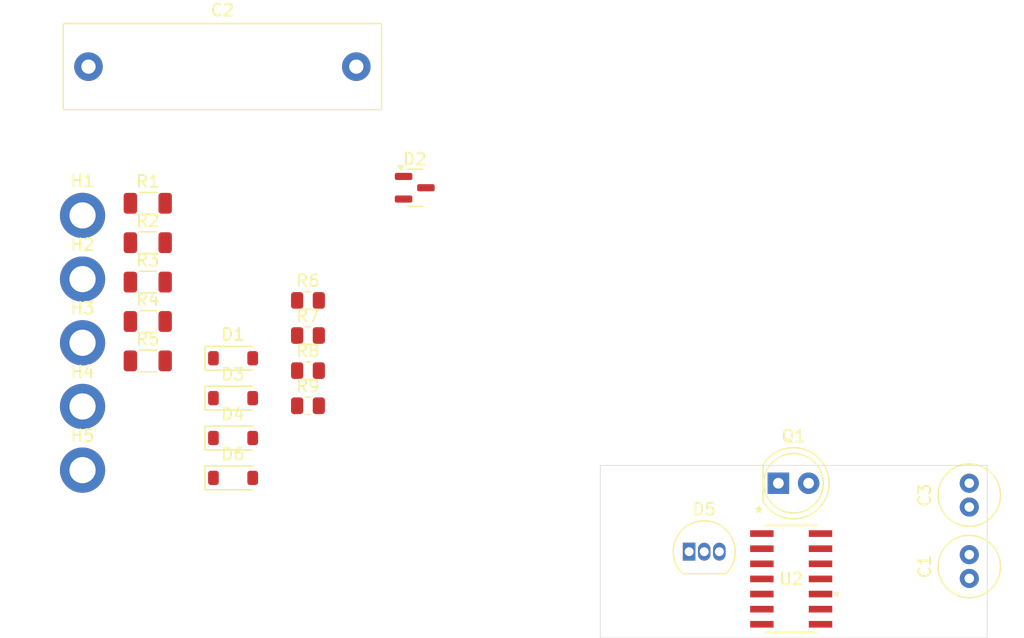
<source format=kicad_pcb>
(kicad_pcb (version 20241229) (generator "pcbnew") (generator_version "9.0")
  (layers (0 "F.Cu" signal) (2 "B.Cu" signal) (13 "F.Paste" user) (15 "B.Paste" user) (5 "F.SilkS" user "F.Silkscreen") (7 "B.SilkS" user "B.Silkscreen") (1 "F.Mask" user) (3 "B.Mask" user) (25 "Edge.Cuts" user))
  (net 0 "")
  (net 1 "+12V")
  (net 2 "GND")
  (net 3 "Net-(D1-K)")
  (net 4 "Net-(C2-Pad2)")
  (net 5 "Net-(D6-K)")
  (net 7 "Net-(D3-A)")
  (net 8 "Net-(D3-K)")
  (net 9 "Net-(D5-G)")
  (net 10 "Net-(D5-A2)")
  (net 11 "Net-(D6-A)")
  (net 12 "Net-(H1-Pad1)")
  (net 13 "Net-(H4-Pad1)")
  (net 14 "Net-(R1-Pad1)")
  (net 15 "Net-(R2-Pad1)")
  (net 16 "Net-(R3-Pad1)")
  (net 17 "Net-(R8-Pad1)")
  (net 18 "Net-(U2-Pad11)")
  (net 19 "Net-(U2-Pad2)")
  (footprint "MountingHole:MountingHole_2.2mm_M2_DIN965_Pad_TopBottom" (layer "F.Cu") (at 57 41.7)
    (property "Reference" "H3" (at 0 -2.9 0) (layer "F.SilkS"))
    (property "Value" "MountingHole_Pad")
    (pad "1" thru_hole circle (at 0 0) (size 2.6 2.6) (drill 2.2) (layers "*.Cu" "*.Mask") (net 1 "+12V"))
    (pad "1" connect circle (at 0 0) (size 3.8 3.8) (layers "F.Cu" "F.Mask") (net 1 "+12V"))
    (pad "1" connect circle (at 0 0) (size 3.8 3.8) (layers "B.Cu" "B.Mask") (net 1 "+12V"))
  )
  (footprint "Capacitor_THT:C_Radial_D5.0mm_H11.0mm_P2.00mm" (layer "F.Cu") (at 131.5 61.5 90)
    (property "Reference" "C1" (at 1 -3.75 90) (layer "F.SilkS"))
    (property "Value" "100uF")
    (fp_circle (center 1 0) (end 3.62 0) (stroke (width 0.12)) (fill no) (layer "F.SilkS"))
    (pad "1" thru_hole circle (at 0 0 90) (size 1.6 1.6) (drill 0.8) (layers "*.Cu" "*.Mask") (net 1 "+12V"))
    (pad "2" thru_hole circle (at 2 0 90) (size 1.6 1.6) (drill 0.8) (layers "*.Cu" "*.Mask") (net 2 "GND"))
  )
  (footprint "Diode_SMD:D_SOD-123" (layer "F.Cu") (at 69.645 43)
    (property "Reference" "D1" (at 0 -2 0) (layer "F.SilkS"))
    (property "Value" "1N4148W")
    (fp_line (start -2.36 -1) (end -2.36 1) (stroke (width 0.12)) (layer "F.SilkS"))
    (fp_line (start -2.36 -1) (end 1.65 -1) (stroke (width 0.12)) (layer "F.SilkS"))
    (fp_line (start -2.36 1) (end 1.65 1) (stroke (width 0.12)) (layer "F.SilkS"))
    (pad "1" smd roundrect (at -1.65 0) (size 0.9 1.2) (layers "F.Cu" "F.Mask" "F.Paste") (net 3 "Net-(D1-K)"))
    (pad "2" smd roundrect (at 1.65 0) (size 0.9 1.2) (layers "F.Cu" "F.Mask" "F.Paste") (net 2 "GND"))
  )
  (footprint "Resistor_SMD:R_1206_3216Metric" (layer "F.Cu") (at 62.48 33.29)
    (property "Reference" "R2" (at 0 -1.83 0) (layer "F.SilkS"))
    (property "Value" "130R")
    (fp_line (start -0.727064 -0.91) (end 0.727064 -0.91) (stroke (width 0.12)) (layer "F.SilkS"))
    (fp_line (start -0.727064 0.91) (end 0.727064 0.91) (stroke (width 0.12)) (layer "F.SilkS"))
    (pad "1" smd roundrect (at -1.4625 0) (size 1.125 1.75) (layers "F.Cu" "F.Mask" "F.Paste") (roundrect_rratio 0.222222) (net 15 "Net-(R2-Pad1)"))
    (pad "2" smd roundrect (at 1.4625 0) (size 1.125 1.75) (layers "F.Cu" "F.Mask" "F.Paste") (roundrect_rratio 0.222222) (net 14 "Net-(R1-Pad1)"))
  )
  (footprint "MountingHole:MountingHole_2.2mm_M2_DIN965_Pad_TopBottom" (layer "F.Cu") (at 57 52.4)
    (property "Reference" "H5" (at 0 -2.9 0) (layer "F.SilkS"))
    (property "Value" "MountingHole_Pad")
    (pad "1" thru_hole circle (at 0 0) (size 2.6 2.6) (drill 2.2) (layers "*.Cu" "*.Mask") (net 13 "Net-(H4-Pad1)"))
    (pad "1" connect circle (at 0 0) (size 3.8 3.8) (layers "F.Cu" "F.Mask") (net 13 "Net-(H4-Pad1)"))
    (pad "1" connect circle (at 0 0) (size 3.8 3.8) (layers "B.Cu" "B.Mask") (net 13 "Net-(H4-Pad1)"))
  )
  (footprint "MountingHole:MountingHole_2.2mm_M2_DIN965_Pad_TopBottom" (layer "F.Cu") (at 57 36.35)
    (property "Reference" "H2" (at 0 -2.9 0) (layer "F.SilkS"))
    (property "Value" "MountingHole_Pad")
    (pad "1" thru_hole circle (at 0 0) (size 2.6 2.6) (drill 2.2) (layers "*.Cu" "*.Mask") (net 10 "Net-(D5-A2)"))
    (pad "1" connect circle (at 0 0) (size 3.8 3.8) (layers "F.Cu" "F.Mask") (net 10 "Net-(D5-A2)"))
    (pad "1" connect circle (at 0 0) (size 3.8 3.8) (layers "B.Cu" "B.Mask") (net 10 "Net-(D5-A2)"))
  )
  (footprint "Diode_SMD:D_SOD-123" (layer "F.Cu") (at 69.645 53.05)
    (property "Reference" "D6" (at 0 -2 0) (layer "F.SilkS"))
    (property "Value" "1N4148W")
    (fp_line (start -2.36 -1) (end -2.36 1) (stroke (width 0.12)) (layer "F.SilkS"))
    (fp_line (start -2.36 -1) (end 1.65 -1) (stroke (width 0.12)) (layer "F.SilkS"))
    (fp_line (start -2.36 1) (end 1.65 1) (stroke (width 0.12)) (layer "F.SilkS"))
    (pad "1" smd roundrect (at -1.65 0) (size 0.9 1.2) (layers "F.Cu" "F.Mask" "F.Paste") (net 5 "Net-(D6-K)"))
    (pad "2" smd roundrect (at 1.65 0) (size 0.9 1.2) (layers "F.Cu" "F.Mask" "F.Paste") (net 11 "Net-(D6-A)"))
  )
  (footprint "Capacitor_THT:C_Radial_D5.0mm_H11.0mm_P2.00mm" (layer "F.Cu") (at 131.5 55.5 90)
    (property "Reference" "C3" (at 1 -3.75 90) (layer "F.SilkS"))
    (property "Value" "100uF")
    (fp_circle (center 1 0) (end 3.62 0) (stroke (width 0.12)) (fill no) (layer "F.SilkS"))
    (pad "1" thru_hole circle (at 0 0 90) (size 1.6 1.6) (drill 0.8) (layers "*.Cu" "*.Mask") (net 5 "Net-(D6-K)"))
    (pad "2" thru_hole circle (at 2 0 90) (size 1.6 1.6) (drill 0.8) (layers "*.Cu" "*.Mask") (net 2 "GND"))
  )
  (footprint "CD4093:D14" (layer "F.Cu") (at 116.5362 61.54)
    (property "Reference" "U2" (at 0 0 0) (layer "F.SilkS"))
    (property "Value" "HEF4093B")
    (fp_line (start -2.1209 4.4958) (end 2.1209 4.4958) (stroke (width 0.1524)) (layer "F.SilkS"))
    (fp_line (start 2.1209 -4.4958) (end -2.1209 -4.4958) (stroke (width 0.1524)) (layer "F.SilkS"))
    (fp_poly (pts (xy 3.956799 1.0795) (xy 3.956799 1.4605) (xy 3.702799 1.4605) (xy 3.702799 1.0795)) (fill yes) (layer "F.SilkS"))
    (fp_text user "*" (at -2.7178 -5.511 0) (layer "F.SilkS"))
    (fp_text user "*" (at -2.7178 -5.511 0) (layer "F.SilkS"))
    (pad "1" smd rect (at -2.4638 -3.81) (size 1.969999 0.558) (layers "F.Cu" "F.Mask" "F.Paste") (net 5 "Net-(D6-K)"))
    (pad "2" smd rect (at -2.4638 -2.54) (size 1.969999 0.558) (layers "F.Cu" "F.Mask" "F.Paste") (net 19 "Net-(U2-Pad2)"))
    (pad "3" smd rect (at -2.4638 -1.27) (size 1.969999 0.558) (layers "F.Cu" "F.Mask" "F.Paste") (net 17 "Net-(R8-Pad1)"))
    (pad "4" smd rect (at -2.4638 0) (size 1.969999 0.558) (layers "F.Cu" "F.Mask" "F.Paste") (net 19 "Net-(U2-Pad2)"))
    (pad "5" smd rect (at -2.4638 1.27) (size 1.969999 0.558) (layers "F.Cu" "F.Mask" "F.Paste") (net 18 "Net-(U2-Pad11)"))
    (pad "6" smd rect (at -2.4638 2.54) (size 1.969999 0.558) (layers "F.Cu" "F.Mask" "F.Paste") (net 17 "Net-(R8-Pad1)"))
    (pad "7" smd rect (at -2.4638 3.81) (size 1.969999 0.558) (layers "F.Cu" "F.Mask" "F.Paste") (net 2 "GND"))
    (pad "8" smd rect (at 2.4638 3.81) (size 1.969999 0.558) (layers "F.Cu" "F.Mask" "F.Paste") (net 18 "Net-(U2-Pad11)"))
    (pad "9" smd rect (at 2.4638 2.54) (size 1.969999 0.558) (layers "F.Cu" "F.Mask" "F.Paste") (net 18 "Net-(U2-Pad11)"))
    (pad "10" smd rect (at 2.4638 1.27) (size 1.969999 0.558) (layers "F.Cu" "F.Mask" "F.Paste") (net 11 "Net-(D6-A)"))
    (pad "11" smd rect (at 2.4638 0) (size 1.969999 0.558) (layers "F.Cu" "F.Mask" "F.Paste") (net 18 "Net-(U2-Pad11)"))
    (pad "12" smd rect (at 2.4638 -1.27) (size 1.969999 0.558) (layers "F.Cu" "F.Mask" "F.Paste") (net 8 "Net-(D3-K)"))
    (pad "13" smd rect (at 2.4638 -2.54) (size 1.969999 0.558) (layers "F.Cu" "F.Mask" "F.Paste") (net 8 "Net-(D3-K)"))
    (pad "14" smd rect (at 2.4638 -3.81) (size 1.969999 0.558) (layers "F.Cu" "F.Mask" "F.Paste") (net 1 "+12V"))
  )
  (footprint "Diode_SMD:D_SOD-123" (layer "F.Cu") (at 69.645 49.7)
    (property "Reference" "D4" (at 0 -2 0) (layer "F.SilkS"))
    (property "Value" "1N4148W")
    (fp_line (start -2.36 -1) (end -2.36 1) (stroke (width 0.12)) (layer "F.SilkS"))
    (fp_line (start -2.36 -1) (end 1.65 -1) (stroke (width 0.12)) (layer "F.SilkS"))
    (fp_line (start -2.36 1) (end 1.65 1) (stroke (width 0.12)) (layer "F.SilkS"))
    (pad "1" smd roundrect (at -1.65 0) (size 0.9 1.2) (layers "F.Cu" "F.Mask" "F.Paste") (net 1 "+12V"))
    (pad "2" smd roundrect (at 1.65 0) (size 0.9 1.2) (layers "F.Cu" "F.Mask" "F.Paste") (net 8 "Net-(D3-K)"))
  )
  (footprint "Resistor_SMD:R_0805_2012Metric" (layer "F.Cu") (at 75.94 41.09)
    (property "Reference" "R7" (at 0 -1.65 0) (layer "F.SilkS"))
    (property "Value" "15k")
    (fp_line (start -0.227064 -0.735) (end 0.227064 -0.735) (stroke (width 0.12)) (layer "F.SilkS"))
    (fp_line (start -0.227064 0.735) (end 0.227064 0.735) (stroke (width 0.12)) (layer "F.SilkS"))
    (pad "1" smd roundrect (at -0.9125 0) (size 1.025 1.4) (layers "F.Cu" "F.Mask" "F.Paste") (roundrect_rratio 0.243902) (net 7 "Net-(D3-A)"))
    (pad "2" smd roundrect (at 0.9125 0) (size 1.025 1.4) (layers "F.Cu" "F.Mask" "F.Paste") (roundrect_rratio 0.243902) (net 2 "GND"))
  )
  (footprint "MountingHole:MountingHole_2.2mm_M2_DIN965_Pad_TopBottom" (layer "F.Cu") (at 57 31)
    (property "Reference" "H1" (at 0 -2.9 0) (layer "F.SilkS"))
    (property "Value" "MountingHole_Pad")
    (pad "1" thru_hole circle (at 0 0) (size 2.6 2.6) (drill 2.2) (layers "*.Cu" "*.Mask") (net 12 "Net-(H1-Pad1)"))
    (pad "1" connect circle (at 0 0) (size 3.8 3.8) (layers "F.Cu" "F.Mask") (net 12 "Net-(H1-Pad1)"))
    (pad "1" connect circle (at 0 0) (size 3.8 3.8) (layers "B.Cu" "B.Mask") (net 12 "Net-(H1-Pad1)"))
  )
  (footprint "Resistor_SMD:R_1206_3216Metric" (layer "F.Cu") (at 62.48 36.6)
    (property "Reference" "R3" (at 0 -1.83 0) (layer "F.SilkS"))
    (property "Value" "130R")
    (fp_line (start -0.727064 -0.91) (end 0.727064 -0.91) (stroke (width 0.12)) (layer "F.SilkS"))
    (fp_line (start -0.727064 0.91) (end 0.727064 0.91) (stroke (width 0.12)) (layer "F.SilkS"))
    (pad "1" smd roundrect (at -1.4625 0) (size 1.125 1.75) (layers "F.Cu" "F.Mask" "F.Paste") (roundrect_rratio 0.222222) (net 16 "Net-(R3-Pad1)"))
    (pad "2" smd roundrect (at 1.4625 0) (size 1.125 1.75) (layers "F.Cu" "F.Mask" "F.Paste") (roundrect_rratio 0.222222) (net 15 "Net-(R2-Pad1)"))
  )
  (footprint "Resistor_SMD:R_0805_2012Metric" (layer "F.Cu") (at 75.94 46.99)
    (property "Reference" "R9" (at 0 -1.65 0) (layer "F.SilkS"))
    (property "Value" "3M3")
    (fp_line (start -0.227064 -0.735) (end 0.227064 -0.735) (stroke (width 0.12)) (layer "F.SilkS"))
    (fp_line (start -0.227064 0.735) (end 0.227064 0.735) (stroke (width 0.12)) (layer "F.SilkS"))
    (pad "1" smd roundrect (at -0.9125 0) (size 1.025 1.4) (layers "F.Cu" "F.Mask" "F.Paste") (roundrect_rratio 0.243902) (net 11 "Net-(D6-A)"))
    (pad "2" smd roundrect (at 0.9125 0) (size 1.025 1.4) (layers "F.Cu" "F.Mask" "F.Paste") (roundrect_rratio 0.243902) (net 5 "Net-(D6-K)"))
  )
  (footprint "MountingHole:MountingHole_2.2mm_M2_DIN965_Pad_TopBottom" (layer "F.Cu") (at 57 47.05)
    (property "Reference" "H4" (at 0 -2.9 0) (layer "F.SilkS"))
    (property "Value" "MountingHole_Pad")
    (pad "1" thru_hole circle (at 0 0) (size 2.6 2.6) (drill 2.2) (layers "*.Cu" "*.Mask") (net 13 "Net-(H4-Pad1)"))
    (pad "1" connect circle (at 0 0) (size 3.8 3.8) (layers "F.Cu" "F.Mask") (net 13 "Net-(H4-Pad1)"))
    (pad "1" connect circle (at 0 0) (size 3.8 3.8) (layers "B.Cu" "B.Mask") (net 13 "Net-(H4-Pad1)"))
  )
  (footprint "Resistor_SMD:R_0805_2012Metric" (layer "F.Cu") (at 75.94 38.14)
    (property "Reference" "R6" (at 0 -1.65 0) (layer "F.SilkS"))
    (property "Value" "3M3")
    (fp_line (start -0.227064 -0.735) (end 0.227064 -0.735) (stroke (width 0.12)) (layer "F.SilkS"))
    (fp_line (start -0.227064 0.735) (end 0.227064 0.735) (stroke (width 0.12)) (layer "F.SilkS"))
    (pad "1" smd roundrect (at -0.9125 0) (size 1.025 1.4) (layers "F.Cu" "F.Mask" "F.Paste") (roundrect_rratio 0.243902) (net 8 "Net-(D3-K)"))
    (pad "2" smd roundrect (at 0.9125 0) (size 1.025 1.4) (layers "F.Cu" "F.Mask" "F.Paste") (roundrect_rratio 0.243902) (net 2 "GND"))
  )
  (footprint "Resistor_SMD:R_1206_3216Metric" (layer "F.Cu") (at 62.48 29.98)
    (property "Reference" "R1" (at 0 -1.83 0) (layer "F.SilkS"))
    (property "Value" "130R")
    (fp_line (start -0.727064 -0.91) (end 0.727064 -0.91) (stroke (width 0.12)) (layer "F.SilkS"))
    (fp_line (start -0.727064 0.91) (end 0.727064 0.91) (stroke (width 0.12)) (layer "F.SilkS"))
    (pad "1" smd roundrect (at -1.4625 0) (size 1.125 1.75) (layers "F.Cu" "F.Mask" "F.Paste") (roundrect_rratio 0.222222) (net 14 "Net-(R1-Pad1)"))
    (pad "2" smd roundrect (at 1.4625 0) (size 1.125 1.75) (layers "F.Cu" "F.Mask" "F.Paste") (roundrect_rratio 0.222222) (net 4 "Net-(C2-Pad2)"))
  )
  (footprint "Package_TO_SOT_SMD:SOT-23" (layer "F.Cu") (at 84.91 28.675)
    (property "Reference" "D2" (at 0 -2.4 0) (layer "F.SilkS"))
    (property "Value" "BZX84Cxx")
    (fp_line (start 0 -1.56) (end -0.65 -1.56) (stroke (width 0.12)) (layer "F.SilkS"))
    (fp_line (start 0 -1.56) (end 0.65 -1.56) (stroke (width 0.12)) (layer "F.SilkS"))
    (fp_line (start 0 1.56) (end -0.65 1.56) (stroke (width 0.12)) (layer "F.SilkS"))
    (fp_line (start 0 1.56) (end 0.65 1.56) (stroke (width 0.12)) (layer "F.SilkS"))
    (fp_poly (pts (xy -1.1625 -1.51) (xy -1.4025 -1.84) (xy -0.9225 -1.84)) (stroke (width 0.12)) (fill yes) (layer "F.SilkS"))
    (pad "1" smd roundrect (at -0.9375 -0.95) (size 1.475 0.6) (layers "F.Cu" "F.Mask" "F.Paste") (net 3 "Net-(D1-K)"))
    (pad "2" smd roundrect (at -0.9375 0.95) (size 1.475 0.6) (layers "F.Cu" "F.Mask" "F.Paste"))
    (pad "3" smd roundrect (at 0.9375 0) (size 1.475 0.6) (layers "F.Cu" "F.Mask" "F.Paste") (net 1 "+12V"))
  )
  (footprint "Resistor_SMD:R_1206_3216Metric" (layer "F.Cu") (at 62.48 43.22)
    (property "Reference" "R5" (at 0 -1.83 0) (layer "F.SilkS"))
    (property "Value" "220k")
    (fp_line (start -0.727064 -0.91) (end 0.727064 -0.91) (stroke (width 0.12)) (layer "F.SilkS"))
    (fp_line (start -0.727064 0.91) (end 0.727064 0.91) (stroke (width 0.12)) (layer "F.SilkS"))
    (pad "1" smd roundrect (at -1.4625 0) (size 1.125 1.75) (layers "F.Cu" "F.Mask" "F.Paste") (roundrect_rratio 0.222222) (net 12 "Net-(H1-Pad1)"))
    (pad "2" smd roundrect (at 1.4625 0) (size 1.125 1.75) (layers "F.Cu" "F.Mask" "F.Paste") (roundrect_rratio 0.222222) (net 7 "Net-(D3-A)"))
  )
  (footprint "Diode_SMD:D_SOD-123" (layer "F.Cu") (at 69.645 46.35)
    (property "Reference" "D3" (at 0 -2 0) (layer "F.SilkS"))
    (property "Value" "1N4148W")
    (fp_line (start -2.36 -1) (end -2.36 1) (stroke (width 0.12)) (layer "F.SilkS"))
    (fp_line (start -2.36 -1) (end 1.65 -1) (stroke (width 0.12)) (layer "F.SilkS"))
    (fp_line (start -2.36 1) (end 1.65 1) (stroke (width 0.12)) (layer "F.SilkS"))
    (pad "1" smd roundrect (at -1.65 0) (size 0.9 1.2) (layers "F.Cu" "F.Mask" "F.Paste") (net 8 "Net-(D3-K)"))
    (pad "2" smd roundrect (at 1.65 0) (size 0.9 1.2) (layers "F.Cu" "F.Mask" "F.Paste") (net 7 "Net-(D3-A)"))
  )
  (footprint "Resistor_SMD:R_0805_2012Metric" (layer "F.Cu") (at 75.94 44.04)
    (property "Reference" "R8" (at 0 -1.65 0) (layer "F.SilkS"))
    (property "Value" "1k8")
    (fp_line (start -0.227064 -0.735) (end 0.227064 -0.735) (stroke (width 0.12)) (layer "F.SilkS"))
    (fp_line (start -0.227064 0.735) (end 0.227064 0.735) (stroke (width 0.12)) (layer "F.SilkS"))
    (pad "1" smd roundrect (at -0.9125 0) (size 1.025 1.4) (layers "F.Cu" "F.Mask" "F.Paste") (roundrect_rratio 0.243902) (net 17 "Net-(R8-Pad1)"))
    (pad "2" smd roundrect (at 0.9125 0) (size 1.025 1.4) (layers "F.Cu" "F.Mask" "F.Paste") (roundrect_rratio 0.243902) (net 9 "Net-(D5-G)"))
  )
  (footprint "Capacitor_THT:C_Rect_L26.5mm_W7.0mm_P22.50mm_MKS4" (layer "F.Cu") (at 57.5 18.5)
    (property "Reference" "C2" (at 11.25 -4.75 0) (layer "F.SilkS"))
    (property "Value" "220nF")
    (fp_line (start -2.12 -3.62) (end -2.12 3.62) (stroke (width 0.12)) (layer "F.SilkS"))
    (fp_line (start -2.12 -3.62) (end 24.62 -3.62) (stroke (width 0.12)) (layer "F.SilkS"))
    (fp_line (start -2.12 3.62) (end 24.62 3.62) (stroke (width 0.12)) (layer "F.SilkS"))
    (fp_line (start 24.62 -3.62) (end 24.62 3.62) (stroke (width 0.12)) (layer "F.SilkS"))
    (pad "1" thru_hole circle (at 0 0) (size 2.4 2.4) (drill 1.2) (layers "*.Cu" "*.Mask") (net 3 "Net-(D1-K)"))
    (pad "2" thru_hole circle (at 22.5 0) (size 2.4 2.4) (drill 1.2) (layers "*.Cu" "*.Mask") (net 4 "Net-(C2-Pad2)"))
  )
  (footprint "LED_THT:LED_D5.0mm_Clear" (layer "F.Cu") (at 115.46 53.5)
    (property "Reference" "Q1" (at 1.27 -3.96 0) (layer "F.SilkS"))
    (property "Value" "Hum Sensor")
    (fp_line (start -1.29 -1.545) (end -1.29 1.545) (stroke (width 0.12)) (layer "F.SilkS"))
    (fp_arc (start -1.29 -1.54483) (mid 2.071756 -2.880501) (end 4.26 -0.000048) (stroke (width 0.12)) (layer "F.SilkS"))
    (fp_arc (start 4.26 0.000048) (mid 2.071756 2.880501) (end -1.29 1.54483) (stroke (width 0.12)) (layer "F.SilkS"))
    (fp_circle (center 1.27 0) (end 3.77 0) (stroke (width 0.12)) (fill no) (layer "F.SilkS"))
    (pad "1" thru_hole rect (at 0 0) (size 1.8 1.8) (drill 0.9) (layers "*.Cu" "*.Mask") (net 1 "+12V"))
    (pad "2" thru_hole circle (at 2.54 0) (size 1.8 1.8) (drill 0.9) (layers "*.Cu" "*.Mask") (net 8 "Net-(D3-K)"))
  )
  (footprint "Resistor_SMD:R_1206_3216Metric" (layer "F.Cu") (at 62.48 39.91)
    (property "Reference" "R4" (at 0 -1.83 0) (layer "F.SilkS"))
    (property "Value" "130R")
    (fp_line (start -0.727064 -0.91) (end 0.727064 -0.91) (stroke (width 0.12)) (layer "F.SilkS"))
    (fp_line (start -0.727064 0.91) (end 0.727064 0.91) (stroke (width 0.12)) (layer "F.SilkS"))
    (pad "1" smd roundrect (at -1.4625 0) (size 1.125 1.75) (layers "F.Cu" "F.Mask" "F.Paste") (roundrect_rratio 0.222222) (net 13 "Net-(H4-Pad1)"))
    (pad "2" smd roundrect (at 1.4625 0) (size 1.125 1.75) (layers "F.Cu" "F.Mask" "F.Paste") (roundrect_rratio 0.222222) (net 16 "Net-(R3-Pad1)"))
  )
  (footprint "Package_TO_SOT_THT:TO-92_Inline" (layer "F.Cu") (at 107.96 59.25)
    (property "Reference" "D5" (at 1.27 -3.56 0) (layer "F.SilkS"))
    (property "Value" "MAC97A8")
    (fp_line (start -0.53 1.85) (end 3.07 1.85) (stroke (width 0.12)) (layer "F.SilkS"))
    (fp_arc (start -0.568478 1.838478) (mid -1.132087 -0.994977) (end 1.27 -2.6) (stroke (width 0.12)) (layer "F.SilkS"))
    (fp_arc (start 1.27 -2.6) (mid 3.672087 -0.994977) (end 3.108478 1.838478) (stroke (width 0.12)) (layer "F.SilkS"))
    (pad "1" thru_hole rect (at 0 0) (size 1.05 1.5) (drill 0.75) (layers "*.Cu" "*.Mask") (net 1 "+12V"))
    (pad "2" thru_hole oval (at 1.27 0) (size 1.05 1.5) (drill 0.75) (layers "*.Cu" "*.Mask") (net 9 "Net-(D5-G)"))
    (pad "3" thru_hole oval (at 2.54 0) (size 1.05 1.5) (drill 0.75) (layers "*.Cu" "*.Mask") (net 10 "Net-(D5-A2)"))
  )
  (gr_line (start 133 52) (end 133 64.5) (stroke (width 0.05)) (layer "Edge.Cuts"))
  (gr_line (start 133 64.5) (end 133 66.5) (stroke (width 0.05)) (layer "Edge.Cuts"))
  (gr_line (start 100.5 52) (end 133 52) (stroke (width 0.05)) (layer "Edge.Cuts"))
  (gr_line (start 133 66.5) (end 100.5 66.5) (stroke (width 0.05)) (layer "Edge.Cuts"))
  (gr_line (start 100.5 66.5) (end 100.5 52) (stroke (width 0.05)) (layer "Edge.Cuts"))
)
</source>
